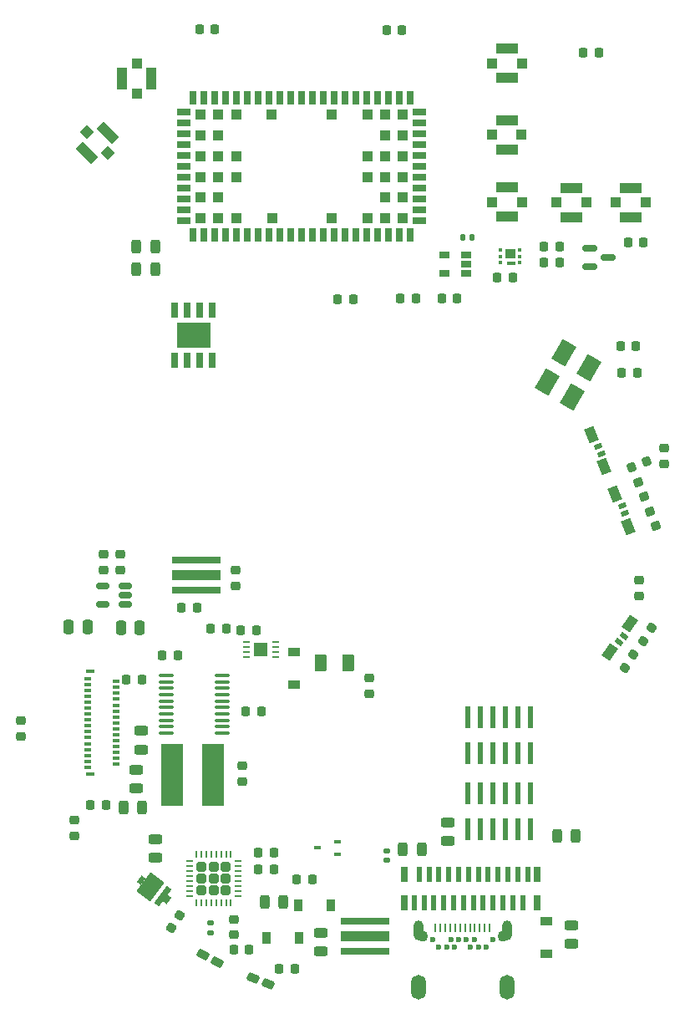
<source format=gbr>
G04 #@! TF.GenerationSoftware,KiCad,Pcbnew,6.0.11+dfsg-1~bpo11+1*
G04 #@! TF.CreationDate,2023-05-24T11:45:56-04:00*
G04 #@! TF.ProjectId,RUSP_Mainboard,52555350-5f4d-4616-996e-626f6172642e,rev?*
G04 #@! TF.SameCoordinates,Original*
G04 #@! TF.FileFunction,Paste,Top*
G04 #@! TF.FilePolarity,Positive*
%FSLAX46Y46*%
G04 Gerber Fmt 4.6, Leading zero omitted, Abs format (unit mm)*
G04 Created by KiCad (PCBNEW 6.0.11+dfsg-1~bpo11+1) date 2023-05-24 11:45:56*
%MOMM*%
%LPD*%
G01*
G04 APERTURE LIST*
G04 Aperture macros list*
%AMRoundRect*
0 Rectangle with rounded corners*
0 $1 Rounding radius*
0 $2 $3 $4 $5 $6 $7 $8 $9 X,Y pos of 4 corners*
0 Add a 4 corners polygon primitive as box body*
4,1,4,$2,$3,$4,$5,$6,$7,$8,$9,$2,$3,0*
0 Add four circle primitives for the rounded corners*
1,1,$1+$1,$2,$3*
1,1,$1+$1,$4,$5*
1,1,$1+$1,$6,$7*
1,1,$1+$1,$8,$9*
0 Add four rect primitives between the rounded corners*
20,1,$1+$1,$2,$3,$4,$5,0*
20,1,$1+$1,$4,$5,$6,$7,0*
20,1,$1+$1,$6,$7,$8,$9,0*
20,1,$1+$1,$8,$9,$2,$3,0*%
%AMRotRect*
0 Rectangle, with rotation*
0 The origin of the aperture is its center*
0 $1 length*
0 $2 width*
0 $3 Rotation angle, in degrees counterclockwise*
0 Add horizontal line*
21,1,$1,$2,0,0,$3*%
G04 Aperture macros list end*
%ADD10C,0.010000*%
%ADD11RoundRect,0.147500X0.172500X-0.147500X0.172500X0.147500X-0.172500X0.147500X-0.172500X-0.147500X0*%
%ADD12RoundRect,0.225000X-0.225000X-0.250000X0.225000X-0.250000X0.225000X0.250000X-0.225000X0.250000X0*%
%ADD13RoundRect,0.218750X-0.218750X-0.256250X0.218750X-0.256250X0.218750X0.256250X-0.218750X0.256250X0*%
%ADD14R,0.600000X2.250000*%
%ADD15R,0.800000X1.600000*%
%ADD16R,0.600000X1.600000*%
%ADD17R,1.200000X0.900000*%
%ADD18RoundRect,0.243750X-0.243750X-0.456250X0.243750X-0.456250X0.243750X0.456250X-0.243750X0.456250X0*%
%ADD19RoundRect,0.243750X0.456250X-0.243750X0.456250X0.243750X-0.456250X0.243750X-0.456250X-0.243750X0*%
%ADD20RoundRect,0.243750X0.243750X0.456250X-0.243750X0.456250X-0.243750X-0.456250X0.243750X-0.456250X0*%
%ADD21RoundRect,0.225000X0.225000X0.250000X-0.225000X0.250000X-0.225000X-0.250000X0.225000X-0.250000X0*%
%ADD22RoundRect,0.212500X-0.449585X-0.055039X0.297279X-0.341733X0.449585X0.055039X-0.297279X0.341733X0*%
%ADD23RoundRect,0.218750X-0.256250X0.218750X-0.256250X-0.218750X0.256250X-0.218750X0.256250X0.218750X0*%
%ADD24R,1.360000X1.460000*%
%ADD25R,0.750000X0.280000*%
%ADD26R,0.280000X0.890000*%
%ADD27C,0.600000*%
%ADD28O,1.000000X2.000000*%
%ADD29O,1.500000X2.500000*%
%ADD30C,1.100000*%
%ADD31R,0.750000X1.450000*%
%ADD32R,1.450000X0.750000*%
%ADD33R,1.050000X1.050000*%
%ADD34RoundRect,0.218750X0.256250X-0.218750X0.256250X0.218750X-0.256250X0.218750X-0.256250X-0.218750X0*%
%ADD35RoundRect,0.218750X-0.319536X0.106829X-0.155646X-0.298814X0.319536X-0.106829X0.155646X0.298814X0*%
%ADD36RoundRect,0.218750X0.084438X-0.326168X0.335378X0.032211X-0.084438X0.326168X-0.335378X-0.032211X0*%
%ADD37RoundRect,0.218750X-0.084438X0.326168X-0.335378X-0.032211X0.084438X-0.326168X0.335378X0.032211X0*%
%ADD38RoundRect,0.218750X0.218750X0.256250X-0.218750X0.256250X-0.218750X-0.256250X0.218750X-0.256250X0*%
%ADD39RoundRect,0.218750X0.319536X-0.106829X0.155646X0.298814X-0.319536X0.106829X-0.155646X-0.298814X0*%
%ADD40RoundRect,0.147500X-0.147500X-0.172500X0.147500X-0.172500X0.147500X0.172500X-0.147500X0.172500X0*%
%ADD41R,0.450000X0.400000*%
%ADD42R,1.000000X1.000000*%
%ADD43R,1.050000X2.200000*%
%ADD44RotRect,1.000000X1.000000X45.000000*%
%ADD45RotRect,1.050000X2.200000X45.000000*%
%ADD46RoundRect,0.212500X-0.452942X0.000162X0.253416X-0.375415X0.452942X-0.000162X-0.253416X0.375415X0*%
%ADD47R,5.000000X0.700000*%
%ADD48R,5.000000X1.000000*%
%ADD49RoundRect,0.218750X-0.106829X-0.319536X0.298814X-0.155646X0.106829X0.319536X-0.298814X0.155646X0*%
%ADD50R,1.060000X0.650000*%
%ADD51RoundRect,0.243750X-0.456250X0.243750X-0.456250X-0.243750X0.456250X-0.243750X0.456250X0.243750X0*%
%ADD52R,0.700000X0.450000*%
%ADD53R,2.200000X6.300000*%
%ADD54R,2.200000X1.050000*%
%ADD55RoundRect,0.218750X0.101392X-0.321302X0.333232X0.049719X-0.101392X0.321302X-0.333232X-0.049719X0*%
%ADD56RotRect,0.800000X0.500000X53.000000*%
%ADD57RotRect,2.400000X1.750000X53.000000*%
%ADD58RotRect,2.150000X0.600000X53.000000*%
%ADD59RoundRect,0.150000X-0.587500X-0.150000X0.587500X-0.150000X0.587500X0.150000X-0.587500X0.150000X0*%
%ADD60R,0.950000X0.400000*%
%ADD61R,0.800000X0.300000*%
%ADD62R,0.650000X0.300000*%
%ADD63RoundRect,0.250000X-0.375000X-0.625000X0.375000X-0.625000X0.375000X0.625000X-0.375000X0.625000X0*%
%ADD64R,0.800000X1.500000*%
%ADD65R,3.500000X2.610000*%
%ADD66RoundRect,0.147500X-0.172500X0.147500X-0.172500X-0.147500X0.172500X-0.147500X0.172500X0.147500X0*%
%ADD67RoundRect,0.225000X-0.250000X0.225000X-0.250000X-0.225000X0.250000X-0.225000X0.250000X0.225000X0*%
%ADD68RotRect,1.600000X2.300000X330.000000*%
%ADD69RoundRect,0.245000X0.245000X0.245000X-0.245000X0.245000X-0.245000X-0.245000X0.245000X-0.245000X0*%
%ADD70RoundRect,0.062500X0.312500X0.062500X-0.312500X0.062500X-0.312500X-0.062500X0.312500X-0.062500X0*%
%ADD71RoundRect,0.062500X0.062500X0.312500X-0.062500X0.312500X-0.062500X-0.312500X0.062500X-0.312500X0*%
%ADD72RoundRect,0.250000X-0.250000X-0.475000X0.250000X-0.475000X0.250000X0.475000X-0.250000X0.475000X0*%
%ADD73RoundRect,0.250000X0.250000X0.475000X-0.250000X0.475000X-0.250000X-0.475000X0.250000X-0.475000X0*%
%ADD74RoundRect,0.150000X0.512500X0.150000X-0.512500X0.150000X-0.512500X-0.150000X0.512500X-0.150000X0*%
%ADD75RoundRect,0.100000X0.637500X0.100000X-0.637500X0.100000X-0.637500X-0.100000X0.637500X-0.100000X0*%
%ADD76RotRect,0.500000X0.800000X112.000000*%
%ADD77RotRect,1.500000X1.000000X112.000000*%
%ADD78R,0.900000X1.200000*%
%ADD79RotRect,0.500000X0.800000X55.000000*%
%ADD80RotRect,1.500000X1.000000X55.000000*%
G04 APERTURE END LIST*
G36*
X164697617Y-79502569D02*
G01*
X164700226Y-79502774D01*
X164702822Y-79503116D01*
X164705396Y-79503593D01*
X164707941Y-79504204D01*
X164710451Y-79504947D01*
X164712918Y-79505821D01*
X164715337Y-79506823D01*
X164717700Y-79507950D01*
X164720000Y-79509199D01*
X164722232Y-79510566D01*
X164724389Y-79512049D01*
X164726466Y-79513643D01*
X164728457Y-79515343D01*
X164730355Y-79517145D01*
X164732157Y-79519043D01*
X164733857Y-79521034D01*
X164735451Y-79523111D01*
X164736934Y-79525268D01*
X164738301Y-79527500D01*
X164739550Y-79529800D01*
X164740677Y-79532163D01*
X164741679Y-79534582D01*
X164742553Y-79537049D01*
X164743296Y-79539559D01*
X164743907Y-79542104D01*
X164744384Y-79544678D01*
X164744726Y-79547274D01*
X164744931Y-79549883D01*
X164745000Y-79552500D01*
X164745000Y-79742500D01*
X164744931Y-79745117D01*
X164744726Y-79747726D01*
X164744384Y-79750322D01*
X164743907Y-79752896D01*
X164743296Y-79755441D01*
X164742553Y-79757951D01*
X164741679Y-79760418D01*
X164740677Y-79762837D01*
X164739550Y-79765200D01*
X164738301Y-79767500D01*
X164736934Y-79769732D01*
X164735451Y-79771889D01*
X164733857Y-79773966D01*
X164732157Y-79775957D01*
X164730355Y-79777855D01*
X164728457Y-79779657D01*
X164726466Y-79781357D01*
X164724389Y-79782951D01*
X164722232Y-79784434D01*
X164720000Y-79785801D01*
X164717700Y-79787050D01*
X164715337Y-79788177D01*
X164712918Y-79789179D01*
X164710451Y-79790053D01*
X164707941Y-79790796D01*
X164705396Y-79791407D01*
X164702822Y-79791884D01*
X164700226Y-79792226D01*
X164697617Y-79792431D01*
X164695000Y-79792500D01*
X164095000Y-79792500D01*
X164092383Y-79792431D01*
X164089774Y-79792226D01*
X164087178Y-79791884D01*
X164084604Y-79791407D01*
X164082059Y-79790796D01*
X164079549Y-79790053D01*
X164077082Y-79789179D01*
X164074663Y-79788177D01*
X164072300Y-79787050D01*
X164070000Y-79785801D01*
X164067768Y-79784434D01*
X164065611Y-79782951D01*
X164063534Y-79781357D01*
X164061543Y-79779657D01*
X164059645Y-79777855D01*
X164057843Y-79775957D01*
X164056143Y-79773966D01*
X164054549Y-79771889D01*
X164053066Y-79769732D01*
X164051699Y-79767500D01*
X164050450Y-79765200D01*
X164049323Y-79762837D01*
X164048321Y-79760418D01*
X164047447Y-79757951D01*
X164046704Y-79755441D01*
X164046093Y-79752896D01*
X164045616Y-79750322D01*
X164045274Y-79747726D01*
X164045069Y-79745117D01*
X164045000Y-79742500D01*
X164045000Y-79552500D01*
X164045069Y-79549883D01*
X164045274Y-79547274D01*
X164045616Y-79544678D01*
X164046093Y-79542104D01*
X164046704Y-79539559D01*
X164047447Y-79537049D01*
X164048321Y-79534582D01*
X164049323Y-79532163D01*
X164050450Y-79529800D01*
X164051699Y-79527500D01*
X164053066Y-79525268D01*
X164054549Y-79523111D01*
X164056143Y-79521034D01*
X164057843Y-79519043D01*
X164059645Y-79517145D01*
X164061543Y-79515343D01*
X164063534Y-79513643D01*
X164065611Y-79512049D01*
X164067768Y-79510566D01*
X164070000Y-79509199D01*
X164072300Y-79507950D01*
X164074663Y-79506823D01*
X164077082Y-79505821D01*
X164079549Y-79504947D01*
X164082059Y-79504204D01*
X164084604Y-79503593D01*
X164087178Y-79503116D01*
X164089774Y-79502774D01*
X164092383Y-79502569D01*
X164095000Y-79502500D01*
X164695000Y-79502500D01*
X164697617Y-79502569D01*
G37*
D10*
X164697617Y-79502569D02*
X164700226Y-79502774D01*
X164702822Y-79503116D01*
X164705396Y-79503593D01*
X164707941Y-79504204D01*
X164710451Y-79504947D01*
X164712918Y-79505821D01*
X164715337Y-79506823D01*
X164717700Y-79507950D01*
X164720000Y-79509199D01*
X164722232Y-79510566D01*
X164724389Y-79512049D01*
X164726466Y-79513643D01*
X164728457Y-79515343D01*
X164730355Y-79517145D01*
X164732157Y-79519043D01*
X164733857Y-79521034D01*
X164735451Y-79523111D01*
X164736934Y-79525268D01*
X164738301Y-79527500D01*
X164739550Y-79529800D01*
X164740677Y-79532163D01*
X164741679Y-79534582D01*
X164742553Y-79537049D01*
X164743296Y-79539559D01*
X164743907Y-79542104D01*
X164744384Y-79544678D01*
X164744726Y-79547274D01*
X164744931Y-79549883D01*
X164745000Y-79552500D01*
X164745000Y-79742500D01*
X164744931Y-79745117D01*
X164744726Y-79747726D01*
X164744384Y-79750322D01*
X164743907Y-79752896D01*
X164743296Y-79755441D01*
X164742553Y-79757951D01*
X164741679Y-79760418D01*
X164740677Y-79762837D01*
X164739550Y-79765200D01*
X164738301Y-79767500D01*
X164736934Y-79769732D01*
X164735451Y-79771889D01*
X164733857Y-79773966D01*
X164732157Y-79775957D01*
X164730355Y-79777855D01*
X164728457Y-79779657D01*
X164726466Y-79781357D01*
X164724389Y-79782951D01*
X164722232Y-79784434D01*
X164720000Y-79785801D01*
X164717700Y-79787050D01*
X164715337Y-79788177D01*
X164712918Y-79789179D01*
X164710451Y-79790053D01*
X164707941Y-79790796D01*
X164705396Y-79791407D01*
X164702822Y-79791884D01*
X164700226Y-79792226D01*
X164697617Y-79792431D01*
X164695000Y-79792500D01*
X164095000Y-79792500D01*
X164092383Y-79792431D01*
X164089774Y-79792226D01*
X164087178Y-79791884D01*
X164084604Y-79791407D01*
X164082059Y-79790796D01*
X164079549Y-79790053D01*
X164077082Y-79789179D01*
X164074663Y-79788177D01*
X164072300Y-79787050D01*
X164070000Y-79785801D01*
X164067768Y-79784434D01*
X164065611Y-79782951D01*
X164063534Y-79781357D01*
X164061543Y-79779657D01*
X164059645Y-79777855D01*
X164057843Y-79775957D01*
X164056143Y-79773966D01*
X164054549Y-79771889D01*
X164053066Y-79769732D01*
X164051699Y-79767500D01*
X164050450Y-79765200D01*
X164049323Y-79762837D01*
X164048321Y-79760418D01*
X164047447Y-79757951D01*
X164046704Y-79755441D01*
X164046093Y-79752896D01*
X164045616Y-79750322D01*
X164045274Y-79747726D01*
X164045069Y-79745117D01*
X164045000Y-79742500D01*
X164045000Y-79552500D01*
X164045069Y-79549883D01*
X164045274Y-79547274D01*
X164045616Y-79544678D01*
X164046093Y-79542104D01*
X164046704Y-79539559D01*
X164047447Y-79537049D01*
X164048321Y-79534582D01*
X164049323Y-79532163D01*
X164050450Y-79529800D01*
X164051699Y-79527500D01*
X164053066Y-79525268D01*
X164054549Y-79523111D01*
X164056143Y-79521034D01*
X164057843Y-79519043D01*
X164059645Y-79517145D01*
X164061543Y-79515343D01*
X164063534Y-79513643D01*
X164065611Y-79512049D01*
X164067768Y-79510566D01*
X164070000Y-79509199D01*
X164072300Y-79507950D01*
X164074663Y-79506823D01*
X164077082Y-79505821D01*
X164079549Y-79504947D01*
X164082059Y-79504204D01*
X164084604Y-79503593D01*
X164087178Y-79503116D01*
X164089774Y-79502774D01*
X164092383Y-79502569D01*
X164095000Y-79502500D01*
X164695000Y-79502500D01*
X164697617Y-79502569D01*
G36*
X164702617Y-78242569D02*
G01*
X164705226Y-78242774D01*
X164707822Y-78243116D01*
X164710396Y-78243593D01*
X164712941Y-78244204D01*
X164715451Y-78244947D01*
X164717918Y-78245821D01*
X164720337Y-78246823D01*
X164722700Y-78247950D01*
X164725000Y-78249199D01*
X164727232Y-78250566D01*
X164729389Y-78252049D01*
X164731466Y-78253643D01*
X164733457Y-78255343D01*
X164735355Y-78257145D01*
X164737157Y-78259043D01*
X164738857Y-78261034D01*
X164740451Y-78263111D01*
X164741934Y-78265268D01*
X164743301Y-78267500D01*
X164744550Y-78269800D01*
X164745677Y-78272163D01*
X164746679Y-78274582D01*
X164747553Y-78277049D01*
X164748296Y-78279559D01*
X164748907Y-78282104D01*
X164749384Y-78284678D01*
X164749726Y-78287274D01*
X164749931Y-78289883D01*
X164750000Y-78292500D01*
X164750000Y-79052500D01*
X164749931Y-79055117D01*
X164749726Y-79057726D01*
X164749384Y-79060322D01*
X164748907Y-79062896D01*
X164748296Y-79065441D01*
X164747553Y-79067951D01*
X164746679Y-79070418D01*
X164745677Y-79072837D01*
X164744550Y-79075200D01*
X164743301Y-79077500D01*
X164741934Y-79079732D01*
X164740451Y-79081889D01*
X164738857Y-79083966D01*
X164737157Y-79085957D01*
X164735355Y-79087855D01*
X164733457Y-79089657D01*
X164731466Y-79091357D01*
X164729389Y-79092951D01*
X164727232Y-79094434D01*
X164725000Y-79095801D01*
X164722700Y-79097050D01*
X164720337Y-79098177D01*
X164717918Y-79099179D01*
X164715451Y-79100053D01*
X164712941Y-79100796D01*
X164710396Y-79101407D01*
X164707822Y-79101884D01*
X164705226Y-79102226D01*
X164702617Y-79102431D01*
X164700000Y-79102500D01*
X163900000Y-79102500D01*
X163897383Y-79102431D01*
X163894774Y-79102226D01*
X163892178Y-79101884D01*
X163889604Y-79101407D01*
X163887059Y-79100796D01*
X163884549Y-79100053D01*
X163882082Y-79099179D01*
X163879663Y-79098177D01*
X163877300Y-79097050D01*
X163875000Y-79095801D01*
X163872768Y-79094434D01*
X163870611Y-79092951D01*
X163868534Y-79091357D01*
X163866543Y-79089657D01*
X163864645Y-79087855D01*
X163862843Y-79085957D01*
X163861143Y-79083966D01*
X163859549Y-79081889D01*
X163858066Y-79079732D01*
X163856699Y-79077500D01*
X163855450Y-79075200D01*
X163854323Y-79072837D01*
X163853321Y-79070418D01*
X163852447Y-79067951D01*
X163851704Y-79065441D01*
X163851093Y-79062896D01*
X163850616Y-79060322D01*
X163850274Y-79057726D01*
X163850069Y-79055117D01*
X163850000Y-79052500D01*
X163850000Y-78292500D01*
X163850069Y-78289883D01*
X163850274Y-78287274D01*
X163850616Y-78284678D01*
X163851093Y-78282104D01*
X163851704Y-78279559D01*
X163852447Y-78277049D01*
X163853321Y-78274582D01*
X163854323Y-78272163D01*
X163855450Y-78269800D01*
X163856699Y-78267500D01*
X163858066Y-78265268D01*
X163859549Y-78263111D01*
X163861143Y-78261034D01*
X163862843Y-78259043D01*
X163864645Y-78257145D01*
X163866543Y-78255343D01*
X163868534Y-78253643D01*
X163870611Y-78252049D01*
X163872768Y-78250566D01*
X163875000Y-78249199D01*
X163877300Y-78247950D01*
X163879663Y-78246823D01*
X163882082Y-78245821D01*
X163884549Y-78244947D01*
X163887059Y-78244204D01*
X163889604Y-78243593D01*
X163892178Y-78243116D01*
X163894774Y-78242774D01*
X163897383Y-78242569D01*
X163900000Y-78242500D01*
X164700000Y-78242500D01*
X164702617Y-78242569D01*
G37*
X164702617Y-78242569D02*
X164705226Y-78242774D01*
X164707822Y-78243116D01*
X164710396Y-78243593D01*
X164712941Y-78244204D01*
X164715451Y-78244947D01*
X164717918Y-78245821D01*
X164720337Y-78246823D01*
X164722700Y-78247950D01*
X164725000Y-78249199D01*
X164727232Y-78250566D01*
X164729389Y-78252049D01*
X164731466Y-78253643D01*
X164733457Y-78255343D01*
X164735355Y-78257145D01*
X164737157Y-78259043D01*
X164738857Y-78261034D01*
X164740451Y-78263111D01*
X164741934Y-78265268D01*
X164743301Y-78267500D01*
X164744550Y-78269800D01*
X164745677Y-78272163D01*
X164746679Y-78274582D01*
X164747553Y-78277049D01*
X164748296Y-78279559D01*
X164748907Y-78282104D01*
X164749384Y-78284678D01*
X164749726Y-78287274D01*
X164749931Y-78289883D01*
X164750000Y-78292500D01*
X164750000Y-79052500D01*
X164749931Y-79055117D01*
X164749726Y-79057726D01*
X164749384Y-79060322D01*
X164748907Y-79062896D01*
X164748296Y-79065441D01*
X164747553Y-79067951D01*
X164746679Y-79070418D01*
X164745677Y-79072837D01*
X164744550Y-79075200D01*
X164743301Y-79077500D01*
X164741934Y-79079732D01*
X164740451Y-79081889D01*
X164738857Y-79083966D01*
X164737157Y-79085957D01*
X164735355Y-79087855D01*
X164733457Y-79089657D01*
X164731466Y-79091357D01*
X164729389Y-79092951D01*
X164727232Y-79094434D01*
X164725000Y-79095801D01*
X164722700Y-79097050D01*
X164720337Y-79098177D01*
X164717918Y-79099179D01*
X164715451Y-79100053D01*
X164712941Y-79100796D01*
X164710396Y-79101407D01*
X164707822Y-79101884D01*
X164705226Y-79102226D01*
X164702617Y-79102431D01*
X164700000Y-79102500D01*
X163900000Y-79102500D01*
X163897383Y-79102431D01*
X163894774Y-79102226D01*
X163892178Y-79101884D01*
X163889604Y-79101407D01*
X163887059Y-79100796D01*
X163884549Y-79100053D01*
X163882082Y-79099179D01*
X163879663Y-79098177D01*
X163877300Y-79097050D01*
X163875000Y-79095801D01*
X163872768Y-79094434D01*
X163870611Y-79092951D01*
X163868534Y-79091357D01*
X163866543Y-79089657D01*
X163864645Y-79087855D01*
X163862843Y-79085957D01*
X163861143Y-79083966D01*
X163859549Y-79081889D01*
X163858066Y-79079732D01*
X163856699Y-79077500D01*
X163855450Y-79075200D01*
X163854323Y-79072837D01*
X163853321Y-79070418D01*
X163852447Y-79067951D01*
X163851704Y-79065441D01*
X163851093Y-79062896D01*
X163850616Y-79060322D01*
X163850274Y-79057726D01*
X163850069Y-79055117D01*
X163850000Y-79052500D01*
X163850000Y-78292500D01*
X163850069Y-78289883D01*
X163850274Y-78287274D01*
X163850616Y-78284678D01*
X163851093Y-78282104D01*
X163851704Y-78279559D01*
X163852447Y-78277049D01*
X163853321Y-78274582D01*
X163854323Y-78272163D01*
X163855450Y-78269800D01*
X163856699Y-78267500D01*
X163858066Y-78265268D01*
X163859549Y-78263111D01*
X163861143Y-78261034D01*
X163862843Y-78259043D01*
X163864645Y-78257145D01*
X163866543Y-78255343D01*
X163868534Y-78253643D01*
X163870611Y-78252049D01*
X163872768Y-78250566D01*
X163875000Y-78249199D01*
X163877300Y-78247950D01*
X163879663Y-78246823D01*
X163882082Y-78245821D01*
X163884549Y-78244947D01*
X163887059Y-78244204D01*
X163889604Y-78243593D01*
X163892178Y-78243116D01*
X163894774Y-78242774D01*
X163897383Y-78242569D01*
X163900000Y-78242500D01*
X164700000Y-78242500D01*
X164702617Y-78242569D01*
D11*
X151800000Y-140185000D03*
X151800000Y-139215000D03*
D12*
X146850000Y-83350000D03*
X148400000Y-83350000D03*
D13*
X167732500Y-79660000D03*
X169307500Y-79660000D03*
D12*
X171740000Y-58400000D03*
X173290000Y-58400000D03*
D13*
X151802500Y-56040000D03*
X153377500Y-56040000D03*
D14*
X160025000Y-137000000D03*
X160025000Y-133400000D03*
X161300000Y-137000000D03*
X161295000Y-133400000D03*
X162565000Y-137000000D03*
X162565000Y-133400000D03*
X163835000Y-137000000D03*
X163835000Y-133400000D03*
X165105000Y-137000000D03*
X165105000Y-133400000D03*
X166375000Y-137000000D03*
X166375000Y-133400000D03*
D15*
X167100000Y-144500000D03*
X153600000Y-144500000D03*
X167100000Y-141600000D03*
X153600000Y-141600000D03*
D16*
X154600000Y-144500000D03*
X155100000Y-141600000D03*
X155600000Y-144500000D03*
X156100000Y-141600000D03*
X156600000Y-144500000D03*
X157100000Y-141600000D03*
X157600000Y-144500000D03*
X158100000Y-141600000D03*
X158600000Y-144500000D03*
X159100000Y-141600000D03*
X159600000Y-144500000D03*
X160100000Y-141600000D03*
X160600000Y-144500000D03*
X161100000Y-141600000D03*
X161600000Y-144500000D03*
X162100000Y-141600000D03*
X162600000Y-144500000D03*
X163100000Y-141600000D03*
X163600000Y-144500000D03*
X164100000Y-141600000D03*
X164600000Y-144500000D03*
X165100000Y-141600000D03*
X165600000Y-144500000D03*
X166100000Y-141600000D03*
D17*
X168000000Y-149670000D03*
X168000000Y-146370000D03*
D18*
X169062500Y-137700000D03*
X170937500Y-137700000D03*
D19*
X158000000Y-138237500D03*
X158000000Y-136362500D03*
D20*
X155337500Y-139020000D03*
X153462500Y-139020000D03*
D18*
X139462500Y-144400000D03*
X141337500Y-144400000D03*
D19*
X128400000Y-139937500D03*
X128400000Y-138062500D03*
D21*
X134390000Y-56000000D03*
X132840000Y-56000000D03*
D13*
X131012500Y-114600000D03*
X132587500Y-114600000D03*
D22*
X138241466Y-152108826D03*
X139758534Y-152691174D03*
D23*
X137200000Y-130612500D03*
X137200000Y-132187500D03*
D24*
X139060000Y-118800000D03*
D25*
X137560000Y-118050000D03*
X137560000Y-118550000D03*
X137560000Y-119050000D03*
X137560000Y-119550000D03*
X140560000Y-119550000D03*
X140560000Y-119050000D03*
X140560000Y-118550000D03*
X140560000Y-118050000D03*
D17*
X142450000Y-122350000D03*
X142450000Y-119050000D03*
D26*
X156750000Y-147025000D03*
X157250000Y-147025000D03*
X157750000Y-147025000D03*
X158250000Y-147025000D03*
X158750000Y-147025000D03*
X159250000Y-147025000D03*
X159750000Y-147025000D03*
X160250000Y-147025000D03*
X160750000Y-147025000D03*
X161250000Y-147025000D03*
X161750000Y-147025000D03*
X162250000Y-147025000D03*
D27*
X162550000Y-148230000D03*
X161900000Y-148930000D03*
X161100000Y-148930000D03*
X160700000Y-148230000D03*
X160300000Y-148930000D03*
X159900000Y-148230000D03*
X159100000Y-148230000D03*
X158700000Y-148930000D03*
X158300000Y-148230000D03*
X157900000Y-148930000D03*
X157100000Y-148930000D03*
X156450000Y-148230000D03*
D28*
X164000000Y-147280000D03*
D29*
X164000000Y-153030000D03*
D28*
X155000000Y-147280000D03*
D29*
X155000000Y-153030000D03*
D30*
X163550000Y-147830000D03*
X155450000Y-147830000D03*
D31*
X132200000Y-76850000D03*
X133300000Y-76850000D03*
X134400000Y-76850000D03*
X135500000Y-76850000D03*
X136600000Y-76850000D03*
X137700000Y-76850000D03*
X138800000Y-76850000D03*
X139900000Y-76850000D03*
X141000000Y-76850000D03*
X142100000Y-76850000D03*
X143200000Y-76850000D03*
X144300000Y-76850000D03*
X145400000Y-76850000D03*
X146500000Y-76850000D03*
X147600000Y-76850000D03*
X148700000Y-76850000D03*
X149800000Y-76850000D03*
X150900000Y-76850000D03*
X152000000Y-76850000D03*
X153100000Y-76850000D03*
X154200000Y-76850000D03*
D32*
X155150000Y-75400000D03*
X155150000Y-74300000D03*
X155150000Y-73200000D03*
X155150000Y-72100000D03*
X155150000Y-71000000D03*
X155150000Y-69900000D03*
X155150000Y-68800000D03*
X155150000Y-67700000D03*
X155150000Y-66600000D03*
X155150000Y-65500000D03*
X155150000Y-64400000D03*
D31*
X154200000Y-62950000D03*
X153100000Y-62950000D03*
X152000000Y-62950000D03*
X150900000Y-62950000D03*
X149800000Y-62950000D03*
X148700000Y-62950000D03*
X147600000Y-62950000D03*
X146500000Y-62950000D03*
X145400000Y-62950000D03*
X144300000Y-62950000D03*
X143200000Y-62950000D03*
X142100000Y-62950000D03*
X141000000Y-62950000D03*
X139900000Y-62950000D03*
X138800000Y-62950000D03*
X137700000Y-62950000D03*
X136600000Y-62950000D03*
X135500000Y-62950000D03*
X134400000Y-62950000D03*
X133300000Y-62950000D03*
X132200000Y-62950000D03*
D32*
X131250000Y-64400000D03*
X131250000Y-65500000D03*
X131250000Y-66600000D03*
X131250000Y-67700000D03*
X131250000Y-68800000D03*
X131250000Y-69900000D03*
X131250000Y-71000000D03*
X131250000Y-72100000D03*
X131250000Y-73200000D03*
X131250000Y-74300000D03*
X131250000Y-75400000D03*
D33*
X132950000Y-75150000D03*
X132950000Y-73050000D03*
X132950000Y-70950000D03*
X132950000Y-68850000D03*
X132950000Y-66750000D03*
X132950000Y-64650000D03*
X134750000Y-75150000D03*
X134750000Y-73050000D03*
X134750000Y-70950000D03*
X134750000Y-68850000D03*
X134750000Y-66750000D03*
X134750000Y-64650000D03*
X136550000Y-75150000D03*
X136550000Y-64650000D03*
X140200000Y-75150000D03*
X140150000Y-64650000D03*
X146250000Y-75150000D03*
X146200000Y-64650000D03*
X149850000Y-75150000D03*
X149850000Y-64650000D03*
X151650000Y-75150000D03*
X151650000Y-73050000D03*
X151650000Y-70950000D03*
X151650000Y-68850000D03*
X151650000Y-66750000D03*
X151650000Y-64650000D03*
X153450000Y-75150000D03*
X153450000Y-73050000D03*
X153450000Y-70950000D03*
X153450000Y-68850000D03*
X153450000Y-66750000D03*
X153450000Y-64650000D03*
X136550000Y-70950000D03*
X136550000Y-68850000D03*
X149850000Y-70950000D03*
X149850000Y-68850000D03*
D23*
X179900000Y-98412500D03*
X179900000Y-99987500D03*
D34*
X177350000Y-113362500D03*
X177350000Y-111787500D03*
D35*
X177304997Y-101869843D03*
X177895003Y-103330157D03*
D36*
X177798309Y-117945082D03*
X178701691Y-116654918D03*
D37*
X176826691Y-119354918D03*
X175923309Y-120645082D03*
D38*
X177845000Y-77610000D03*
X176270000Y-77610000D03*
D39*
X179120003Y-106330157D03*
X178529997Y-104869843D03*
D38*
X154762500Y-83275000D03*
X153187500Y-83275000D03*
D13*
X137012500Y-116900000D03*
X138587500Y-116900000D03*
X133952500Y-116740000D03*
X135527500Y-116740000D03*
D40*
X159515000Y-77070000D03*
X160485000Y-77070000D03*
D38*
X137887500Y-149250000D03*
X136312500Y-149250000D03*
X142487500Y-151200000D03*
X140912500Y-151200000D03*
D23*
X136500000Y-110812500D03*
X136500000Y-112387500D03*
D41*
X163325000Y-78347500D03*
X163325000Y-78997500D03*
X163325000Y-79647500D03*
X165275000Y-79647500D03*
X165275000Y-78997500D03*
X165275000Y-78347500D03*
D42*
X126500000Y-62500000D03*
D43*
X127975000Y-61000000D03*
D42*
X126500000Y-59500000D03*
D43*
X125025000Y-61000000D03*
D44*
X123560660Y-68560660D03*
D45*
X123542983Y-66457017D03*
D44*
X121439340Y-66439340D03*
D45*
X121457017Y-68542983D03*
D46*
X133178959Y-149718554D03*
X134613749Y-150481446D03*
D47*
X132500000Y-112800000D03*
D48*
X132500000Y-111300000D03*
D47*
X132500000Y-109800000D03*
D19*
X145100000Y-149377500D03*
X145100000Y-147502500D03*
D13*
X175612500Y-90800000D03*
X177187500Y-90800000D03*
D49*
X176669843Y-100395003D03*
X178130157Y-99804997D03*
D13*
X163012500Y-81150000D03*
X164587500Y-81150000D03*
D38*
X158975000Y-83250000D03*
X157400000Y-83250000D03*
D50*
X159875000Y-80750000D03*
X159875000Y-79800000D03*
X159875000Y-78850000D03*
X157675000Y-78850000D03*
X157675000Y-80750000D03*
D38*
X169327500Y-78040000D03*
X167752500Y-78040000D03*
D51*
X170550000Y-146782500D03*
X170550000Y-148657500D03*
D52*
X146800000Y-139550000D03*
X146800000Y-138250000D03*
X144800000Y-138900000D03*
D53*
X130100000Y-131500000D03*
X134200000Y-131500000D03*
D42*
X162510000Y-59440000D03*
X165510000Y-59440000D03*
D54*
X164010000Y-57965000D03*
X164010000Y-60915000D03*
D42*
X162490000Y-66680000D03*
D54*
X163990000Y-68155000D03*
X163990000Y-65205000D03*
D42*
X165490000Y-66680000D03*
X169040000Y-73530000D03*
D54*
X170540000Y-75005000D03*
D42*
X172040000Y-73530000D03*
D54*
X170540000Y-72055000D03*
D20*
X128337500Y-80300000D03*
X126462500Y-80300000D03*
D55*
X129956618Y-147038913D03*
X130791240Y-145703237D03*
D42*
X162500000Y-73500000D03*
D54*
X164000000Y-72025000D03*
X164000000Y-74975000D03*
D42*
X165500000Y-73500000D03*
D56*
X126931535Y-142152959D03*
D57*
X127830000Y-142830000D03*
D58*
X129107817Y-143792905D03*
D56*
X129547067Y-144123903D03*
D59*
X172382500Y-78180000D03*
X172382500Y-80080000D03*
X174257500Y-79130000D03*
D51*
X126900000Y-127062500D03*
X126900000Y-128937500D03*
X126400000Y-131000000D03*
X126400000Y-132875000D03*
D18*
X125162500Y-134850000D03*
X127037500Y-134850000D03*
D60*
X121762500Y-121050000D03*
X121762500Y-131450000D03*
D61*
X121487500Y-130750000D03*
D62*
X124362500Y-130450000D03*
D61*
X121487500Y-130150000D03*
D62*
X124362500Y-129850000D03*
D61*
X121487500Y-129550000D03*
D62*
X124362500Y-129250000D03*
D61*
X121487500Y-128950000D03*
D62*
X124362500Y-128650000D03*
D61*
X121487500Y-128350000D03*
D62*
X124362500Y-128050000D03*
D61*
X121487500Y-127750000D03*
D62*
X124362500Y-127450000D03*
D61*
X121487500Y-127150000D03*
D62*
X124362500Y-126850000D03*
D61*
X121487500Y-126550000D03*
D62*
X124362500Y-126250000D03*
D61*
X121487500Y-125950000D03*
D62*
X124362500Y-125650000D03*
D61*
X121487500Y-125350000D03*
D62*
X124362500Y-125050000D03*
D61*
X121487500Y-124750000D03*
D62*
X124362500Y-124450000D03*
D61*
X121487500Y-124150000D03*
D62*
X124362500Y-123850000D03*
D61*
X121487500Y-123550000D03*
D62*
X124362500Y-123250000D03*
D61*
X121487500Y-122950000D03*
D62*
X124362500Y-122650000D03*
D61*
X121487500Y-122350000D03*
D62*
X124362500Y-122050000D03*
D61*
X121487500Y-121750000D03*
D13*
X121762500Y-134550000D03*
X123337500Y-134550000D03*
D63*
X145100000Y-120200000D03*
X147900000Y-120200000D03*
D14*
X160025000Y-129300000D03*
X160025000Y-125700000D03*
X161300000Y-129300000D03*
X161295000Y-125700000D03*
X162565000Y-129300000D03*
X162565000Y-125700000D03*
X163835000Y-129300000D03*
X163835000Y-125700000D03*
X165105000Y-129300000D03*
X165105000Y-125700000D03*
X166375000Y-129300000D03*
X166375000Y-125700000D03*
D64*
X130345000Y-89540000D03*
X131615000Y-89540000D03*
X132885000Y-89540000D03*
X134155000Y-89540000D03*
X134155000Y-84460000D03*
X132885000Y-84460000D03*
X131615000Y-84460000D03*
X130345000Y-84460000D03*
D65*
X132250000Y-87000000D03*
D18*
X126462500Y-78050000D03*
X128337500Y-78050000D03*
D34*
X150050000Y-123287500D03*
X150050000Y-121712500D03*
D23*
X120150000Y-136112500D03*
X120150000Y-137687500D03*
D66*
X134000000Y-146515000D03*
X134000000Y-147485000D03*
D67*
X136350000Y-146125000D03*
X136350000Y-147675000D03*
D12*
X138825000Y-139400000D03*
X140375000Y-139400000D03*
X138825000Y-141100000D03*
X140375000Y-141100000D03*
D13*
X142712500Y-142100000D03*
X144287500Y-142100000D03*
D47*
X149600000Y-149350000D03*
D48*
X149600000Y-147850000D03*
D47*
X149600000Y-146350000D03*
D68*
X172342339Y-90289359D03*
X170642339Y-93233846D03*
X169744263Y-88789359D03*
X168044263Y-91733846D03*
D69*
X134280000Y-142020000D03*
X133060000Y-140800000D03*
X135500000Y-142020000D03*
X133060000Y-142020000D03*
X134280000Y-143240000D03*
X134280000Y-140800000D03*
X135500000Y-140800000D03*
X135500000Y-143240000D03*
X133060000Y-143240000D03*
D70*
X136755000Y-143770000D03*
X136755000Y-143270000D03*
X136755000Y-142770000D03*
X136755000Y-142270000D03*
X136755000Y-141770000D03*
X136755000Y-141270000D03*
X136755000Y-140770000D03*
X136755000Y-140270000D03*
D71*
X136030000Y-139545000D03*
X135530000Y-139545000D03*
X135030000Y-139545000D03*
X134530000Y-139545000D03*
X134030000Y-139545000D03*
X133530000Y-139545000D03*
X133030000Y-139545000D03*
X132530000Y-139545000D03*
D70*
X131805000Y-140270000D03*
X131805000Y-140770000D03*
X131805000Y-141270000D03*
X131805000Y-141770000D03*
X131805000Y-142270000D03*
X131805000Y-142770000D03*
X131805000Y-143270000D03*
X131805000Y-143770000D03*
D71*
X132530000Y-144495000D03*
X133030000Y-144495000D03*
X133530000Y-144495000D03*
X134030000Y-144495000D03*
X134530000Y-144495000D03*
X135030000Y-144495000D03*
X135530000Y-144495000D03*
X136030000Y-144495000D03*
D13*
X129062500Y-119450000D03*
X130637500Y-119450000D03*
D23*
X124850000Y-109162500D03*
X124850000Y-110737500D03*
D72*
X124900000Y-116600000D03*
X126800000Y-116600000D03*
D73*
X121500000Y-116500000D03*
X119600000Y-116500000D03*
D23*
X123100000Y-109162500D03*
X123100000Y-110737500D03*
D74*
X125337500Y-114250000D03*
X125337500Y-113300000D03*
X125337500Y-112350000D03*
X123062500Y-112350000D03*
X123062500Y-114250000D03*
D13*
X175512500Y-88100000D03*
X177087500Y-88100000D03*
D23*
X114750000Y-126012500D03*
X114750000Y-127587500D03*
D75*
X135172500Y-127285000D03*
X135172500Y-126635000D03*
X135172500Y-125985000D03*
X135172500Y-125335000D03*
X135172500Y-124685000D03*
X135172500Y-124035000D03*
X135172500Y-123385000D03*
X135172500Y-122735000D03*
X135172500Y-122085000D03*
X135172500Y-121435000D03*
X129447500Y-121435000D03*
X129447500Y-122085000D03*
X129447500Y-122735000D03*
X129447500Y-123385000D03*
X129447500Y-124035000D03*
X129447500Y-124685000D03*
X129447500Y-125335000D03*
X129447500Y-125985000D03*
X129447500Y-126635000D03*
X129447500Y-127285000D03*
D76*
X173250157Y-98229126D03*
X173549843Y-98970874D03*
D77*
X172531186Y-97063588D03*
X173842309Y-100308731D03*
D78*
X139650000Y-148000000D03*
X142950000Y-148000000D03*
X142850000Y-144700000D03*
X146150000Y-144700000D03*
D76*
X175685385Y-104267967D03*
X175985071Y-105009715D03*
D77*
X174966414Y-103102429D03*
X176277537Y-106347572D03*
D79*
X175839077Y-117437778D03*
X175380215Y-118093100D03*
D80*
X176425000Y-116200000D03*
X174417482Y-119067032D03*
D12*
X137545000Y-125100000D03*
X139095000Y-125100000D03*
D21*
X126975000Y-121900000D03*
X125425000Y-121900000D03*
D42*
X175050000Y-73550000D03*
X178050000Y-73550000D03*
D54*
X176550000Y-72075000D03*
X176550000Y-75025000D03*
M02*

</source>
